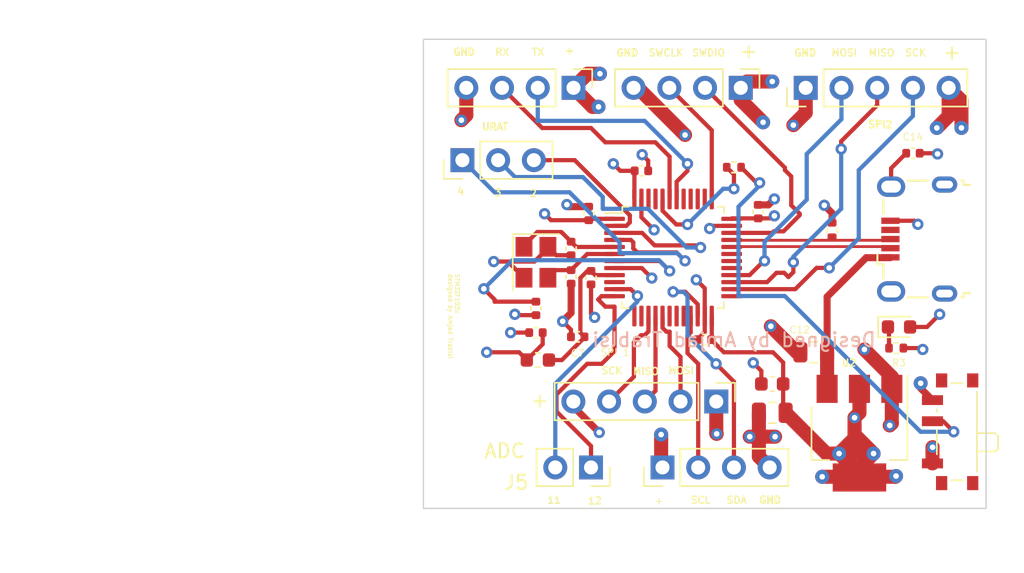
<source format=kicad_pcb>
(kicad_pcb (version 20241229) (generator "pcbnew") (generator_version "9.0")
  (layers (0 "F.Cu" signal) (4 "In1.Cu" power) (6 "In2.Cu" signal) (2 "B.Cu" power) (13 "F.Paste" user) (15 "B.Paste" user) (5 "F.SilkS" user "F.Silkscreen") (7 "B.SilkS" user "B.Silkscreen") (1 "F.Mask" user) (3 "B.Mask" user) (25 "Edge.Cuts" user))
  (net 0 "")
  (net 1 "+3.3V")
  (net 2 "GND")
  (net 3 "+3.3VA")
  (net 4 "/NRST")
  (net 5 "/HSE_IN")
  (net 6 "/HES_OUT")
  (net 7 "VBUS")
  (net 8 "/PWR_LED_K")
  (net 10 "/SWDIO")
  (net 11 "/SWCLK")
  (net 12 "/SW_Boot0")
  (net 13 "/BOOT0")
  (net 16 "/SPI_1_SCK")
  (net 17 "/SPI_1_MISO")
  (net 18 "/SPI_1_MOSI")
  (net 22 "/I2C_SCL")
  (net 23 "/I2C_SDA")
  (net 25 "/SPI_2_SCK")
  (net 26 "/SPI_2_MISO")
  (net 27 "/SPI_2_MOSI")
  (net 37 "URAT_1_TX")
  (net 38 "URAT_1_RX")
  (net 39 "/Pin 2")
  (net 40 "/Pin 3")
  (net 41 "/Pin 4")
  (net 42 "/ADC_11")
  (net 43 "/ADC_12")
  (net 44 "/USB_D -")
  (net 45 "/USB_D +")
  (net 47 "Net-(J1-Shield)")
  (footprint "Connector_PinSocket_2.54mm:PinSocket_1x02_P2.54mm_Vertical" (layer "F.Cu") (at 89.916 53.086 -90)
    (property "Reference" "J5")
    (property "Value" "Conn_01x02_Socket")
  )
  (footprint "Capacitor_SMD:C_0402_1005Metric" (layer "F.Cu") (at 86 43.5 180)
    (property "Reference" "C8")
    (property "Value" "1u")
  )
  (footprint "Capacitor_SMD:C_0402_1005Metric" (layer "F.Cu") (at 89.916 39.596 -90)
    (property "Reference" "C6")
    (property "Value" "10n")
  )
  (footprint "Button_Switch_SMD:SW_SPDT_PCM12" (layer "F.Cu") (at 115.62 50.55 90)
    (property "Reference" "SW1")
    (property "Value" "SW_SPDT")
  )
  (footprint "MountingHole:MountingHole_2.1mm" (layer "F.Cu") (at 80.9 36.2)
    (property "Reference" "H1")
    (property "Value" "MountingHole")
  )
  (footprint "Capacitor_SMD:C_0402_1005Metric" (layer "F.Cu") (at 97.98 44 180)
    (property "Reference" "C4")
    (property "Value" "100n")
  )
  (footprint "Capacitor_SMD:C_0402_1005Metric" (layer "F.Cu") (at 88.5 39.54 -90)
    (property "Reference" "C11")
    (property "Value" "10p")
  )
  (footprint "Connector_PinHeader_2.54mm:PinHeader_1x05_P2.54mm_Vertical" (layer "F.Cu") (at 105.18 26.1 90)
    (property "Reference" "J7")
    (property "Value" "Conn_01x05_Pin")
  )
  (footprint "Capacitor_SMD:C_0603_1608Metric" (layer "F.Cu") (at 102.8 47.15 180)
    (property "Reference" "C5")
    (property "Value" "10u")
  )
  (footprint "Capacitor_SMD:C_0402_1005Metric" (layer "F.Cu") (at 101.8 34.9 90)
    (property "Reference" "C3")
    (property "Value" "100n")
  )
  (footprint "Inductor_SMD:L_0603_1608Metric" (layer "F.Cu") (at 86.1375 45.45 180)
    (property "Reference" "FB1")
    (property "Value" "120R")
  )
  (footprint "Resistor_SMD:R_0402_1005Metric" (layer "F.Cu") (at 111.61 44.6)
    (property "Reference" "R3")
    (property "Value" "1k5")
  )
  (footprint "Capacitor_SMD:C_0402_1005Metric" (layer "F.Cu") (at 88.97 43.8 180)
    (property "Reference" "C7")
    (property "Value" "1u")
  )
  (footprint "Connector_PinHeader_2.54mm:PinHeader_1x03_P2.54mm_Vertical" (layer "F.Cu") (at 80.772 31.242 90)
    (property "Reference" "J8")
    (property "Value" "Conn_01x03_Pin")
  )
  (footprint "Capacitor_SMD:C_0805_2012Metric" (layer "F.Cu") (at 102.8 49.2 180)
    (property "Reference" "C13")
    (property "Value" "22u")
  )
  (footprint "Capacitor_SMD:C_0402_1005Metric" (layer "F.Cu") (at 88.5 37.52 -90)
    (property "Reference" "C10")
    (property "Value" "10p")
  )
  (footprint "Connector_PinHeader_2.54mm:PinHeader_1x04_P2.54mm_Vertical" (layer "F.Cu") (at 88.67 26.1 -90)
    (property "Reference" "J3")
    (property "Value" "Conn_01x04_Pin")
  )
  (footprint "Capacitor_SMD:C_0402_1005Metric" (layer "F.Cu") (at 86 41.78 -90)
    (property "Reference" "C9" (hide yes))
    (property "Value" "100n")
  )
  (footprint "Crystal:Crystal_SMD_3225-4Pin_3.2x2.5mm" (layer "F.Cu") (at 86 38.5 -90)
    (property "Reference" "Y2")
    (property "Value" "16 MHz")
  )
  (footprint "Capacitor_SMD:C_0402_1005Metric" (layer "F.Cu") (at 89.75 35.03 90)
    (property "Reference" "C1")
    (property "Value" "100n")
  )
  (footprint "Package_QFP:LQFP-48_7x7mm_P0.5mm" (layer "F.Cu") (at 95.75 38.1625)
    (property "Reference" "U1")
    (property "Value" "STM32F103C8T6")
  )
  (footprint "Connector_USB:USB_Micro-B_Wuerth_629105150521" (layer "F.Cu") (at 113.1 36.85 90)
    (property "Reference" "J1" (hide yes))
    (property "Value" "USB_B_Micro")
  )
  (footprint "LED_SMD:LED_0603_1608Metric" (layer "F.Cu") (at 111.8125 43.1)
    (property "Reference" "D1")
    (property "Value" "RED")
  )
  (footprint "Connector_PinHeader_2.54mm:PinHeader_1x04_P2.54mm_Vertical" (layer "F.Cu") (at 100.562 26.1 -90)
    (property "Reference" "J2")
    (property "Value" "Conn_01x04_Pin")
  )
  (footprint "Capacitor_SMD:C_0805_2012Metric" (layer "F.Cu") (at 105.75 44.9 180)
    (property "Reference" "C12")
    (property "Value" "22u")
  )
  (footprint "Package_TO_SOT_SMD:SOT-223-3_TabPin2" (layer "F.Cu") (at 109 50.65 -90)
    (property "Reference" "U2")
    (property "Value" "AMS1117-3.3")
  )
  (footprint "Resistor_SMD:R_0402_1005Metric" (layer "F.Cu") (at 100.074 31.75 180)
    (property "Reference" "R1")
    (property "Value" "10k")
  )
  (footprint "MountingHole:MountingHole_2.1mm" (layer "F.Cu") (at 81.05 48.1)
    (property "Reference" "H2")
    (property "Value" "MountingHole")
  )
  (footprint "Capacitor_SMD:C_0402_1005Metric" (layer "F.Cu") (at 93.5 32)
    (property "Reference" "C2")
    (property "Value" "100n")
  )
  (footprint "Resistor_SMD:R_0402_1005Metric" (layer "F.Cu") (at 107.05 36.21 90)
    (property "Reference" "R2")
    (property "Value" "1k5")
  )
  (footprint "Connector_PinHeader_2.54mm:PinHeader_1x04_P2.54mm_Vertical" (layer "F.Cu") (at 94.996 53.086 90)
    (property "Reference" "J4")
    (property "Value" "Conn_01x04_Pin")
  )
  (footprint "Capacitor_SMD:C_0402_1005Metric" (layer "F.Cu") (at 112.8 30.75)
    (property "Reference" "C14")
    (property "Value" "100n")
  )
  (footprint "Connector_PinHeader_2.54mm:PinHeader_1x05_P2.54mm_Vertical" (layer "F.Cu") (at 98.82 48.4 -90)
    (property "Reference" "J6")
    (property "Value" "Conn_01x05_Pin")
  )
  (gr_rect (start 78 22.65) (end 118 56) (stroke (width 0.1)) (fill no) (layer "Edge.Cuts"))
  (gr_text "SPI 1\n" (at 90.55 45.2 0) (layer "F.SilkS") (effects (font (size 0.5 0.5) (thickness 0.0625)) (justify left bottom)))
  (gr_text "GND" (at 104.3 23.9 0) (layer "F.SilkS") (effects (font (size 0.5 0.5) (thickness 0.125) (bold yes)) (justify left bottom)))
  (gr_text "MOSI\n" (at 95.35 46.5 0) (layer "F.SilkS") (effects (font (size 0.5 0.5) (thickness 0.1) (bold yes)) (justify left bottom)))
  (gr_text "URAT\n" (at 82.1 29.15 0) (layer "F.SilkS") (effects (font (size 0.5 0.5) (thickness 0.125)) (justify left bottom)))
  (gr_text "ADC" (at 82.25 52.5 0) (layer "F.SilkS") (effects (font (size 1 1)) (justify left bottom)))
  (gr_text "3" (at 83 33.85 0) (layer "F.SilkS") (effects (font (size 0.5 0.5) (thickness 0.1) (bold yes)) (justify left bottom)))
  (gr_text "12" (at 89.65 55.75 0) (layer "F.SilkS") (effects (font (size 0.5 0.5) (thickness 0.1) (bold yes)) (justify left bottom)))
  (gr_text "+\n" (at 94.4 55.75 0) (layer "F.SilkS") (effects (font (size 0.5 0.5) (thickness 0.0625)) (justify left bottom)))
  (gr_text "MOSI\n" (at 106.95 23.9 0) (layer "F.SilkS") (effects (font (size 0.5 0.5) (thickness 0.1) (bold yes)) (justify left bottom)))
  (gr_text "TX" (at 85.65 23.85 0) (layer "F.SilkS") (effects (font (size 0.5 0.5) (thickness 0.1) (bold yes)) (justify left bottom)))
  (gr_text "SCK" (at 112.2 23.9 0) (layer "F.SilkS") (effects (font (size 0.5 0.5) (thickness 0.1) (bold yes)) (justify left bottom)))
  (gr_text "2" (at 85.5 33.9 0) (layer "F.SilkS") (effects (font (size 0.5 0.5) (thickness 0.1) (bold yes)) (justify left bottom)))
  (gr_text "SWDIO" (at 97.05 23.9 0) (layer "F.SilkS") (effects (font (size 0.5 0.5) (thickness 0.1) (bold yes)) (justify left bottom)))
  (gr_text "4" (at 80.35 33.75 0) (layer "F.SilkS") (effects (font (size 0.5 0.5) (thickness 0.1) (bold yes)) (justify left bottom)))
  (gr_text "+\n" (at 88 23.75 0) (layer "F.SilkS") (effects (font (size 0.5 0.5) (thickness 0.125)) (justify left bottom)))
  (gr_text "		" (at 85.15 24.65 0) (layer "F.SilkS") (effects (font (size 0.5 0.5) (thickness 0.1) (bold yes)) (justify left bottom)))
  (gr_text "MISO\n" (at 92.85 46.55 0) (layer "F.SilkS") (effects (font (size 0.5 0.5) (thickness 0.1) (bold yes)) (justify left bottom)))
  (gr_text "MISO\n" (at 109.6 23.9 0) (layer "F.SilkS") (effects (font (size 0.5 0.5) (thickness 0.1) (bold yes)) (justify left bottom)))
  (gr_text "SWCLK" (at 93.95 23.9 0) (layer "F.SilkS") (effects (font (size 0.5 0.5) (thickness 0.1) (bold yes)) (justify left bottom)))
  (gr_text "GND" (at 91.65 23.9 0) (layer "F.SilkS") (effects (font (size 0.5 0.5) (thickness 0.125) (bold yes)) (justify left bottom)))
  (gr_text "GND" (at 80.05 23.85 0) (layer "F.SilkS") (effects (font (size 0.5 0.5) (thickness 0.125) (bold yes)) (justify left bottom)))
  (gr_text "+\n" (at 85.55 48.9 0) (layer "F.SilkS") (effects (font (size 1 1)) (justify left bottom)))
  (gr_text "SDA" (at 99.5 55.7 0) (layer "F.SilkS") (effects (font (size 0.5 0.5) (thickness 0.1) (bold yes)) (justify left bottom)))
  (gr_text "+\n" (at 114.85 24.15 0) (layer "F.SilkS") (effects (font (size 1 1)) (justify left bottom)))
  (gr_text "STM32F103x\ndesigned by Amjad Trablsi " (at 79.75 39.3 270) (layer "F.SilkS") (effects (font (size 0.3 0.3) (thickness 0.06) (bold yes)) (justify left bottom)))
  (gr_text "+\n" (at 100.4 24.05 0) (layer "F.SilkS") (effects (font (size 1 1)) (justify left bottom)))
  (gr_text "RX" (at 83.05 23.85 0) (layer "F.SilkS") (effects (font (size 0.5 0.5) (thickness 0.1) (bold yes)) (justify left bottom)))
  (gr_text "SCL" (at 96.95 55.7 0) (layer "F.SilkS") (effects (font (size 0.5 0.5) (thickness 0.1) (bold yes)) (justify left bottom)))
  (gr_text "GND" (at 101.8 55.7 0) (layer "F.SilkS") (effects (font (size 0.5 0.5) (thickness 0.125) (bold yes)) (justify left bottom)))
  (gr_text "SCK" (at 90.6 46.5 0) (layer "F.SilkS") (effects (font (size 0.5 0.5) (thickness 0.1) (bold yes)) (justify left bottom)))
  (gr_text "SPI2" (at 109.55 29 0) (layer "F.SilkS") (effects (font (size 0.5 0.5) (thickness 0.125) (bold yes)) (justify left bottom)))
  (gr_text "11" (at 86.75 55.7 0) (layer "F.SilkS") (effects (font (size 0.5 0.5) (thickness 0.1) (bold yes)) (justify left bottom)))
  (gr_text "Designed by Amjad Trablsi" (at 110.25 44.6 0) (layer "B.SilkS") (effects (font (size 1 1)) (justify left bottom mirror)))
  (segment (start 109 49.2) (end 108.65 49.55) (width 1) (layer "F.Cu") (net 1))
  (segment (start 89.67 25.1) (end 88.67 26.1) (width 1) (layer "F.Cu") (net 1))
  (segment (start 87.072 35.51) (end 86.614 35.052) (width 0.3) (layer "F.Cu") (net 1))
  (segment (start 109 53.55) (end 107.55 52.1) (width 1) (layer "F.Cu") (net 1))
  (segment (start 91.5875 35.4125) (end 89.8475 35.4125) (width 0.3) (layer "F.Cu") (net 1))
  (segment (start 106.65 52.1) (end 103.75 49.2) (width 1) (layer "F.Cu") (net 1))
  (segment (start 98.5 43.96) (end 98.5 42.325) (width 0.3) (layer "F.Cu") (net 1))
  (segment (start 113.35 47.46) (end 114.19 48.3) (width 0.5) (layer "F.Cu") (net 1))
  (segment (start 99.945 35.38) (end 99.9125 35.4125) (width 0.3) (layer "F.Cu") (net 1))
  (segment (start 84.8 44.9) (end 82.5 44.9) (width 0.3) (layer "F.Cu") (net 1))
  (segment (start 106.35 53.75) (end 111.55 53.75) (width 1) (layer "F.Cu") (net 1))
  (segment (start 103.575 47.15) (end 103.575 49.025) (width 0.3) (layer "F.Cu") (net 1))
  (segment (start 103.575 49.025) (end 103.75 49.2) (width 0.3) (layer "F.Cu") (net 1))
  (segment (start 107.05 35.7) (end 107.05 35) (width 0.5) (layer "F.Cu") (net 1))
  (segment (start 89.74 35.54) (end 89.8675 35.4125) (width 0.3) (layer "F.Cu") (net 1))
  (segment (start 113.35 47.1) (end 113.35 47.46) (width 0.5) (layer "F.Cu") (net 1))
  (segment (start 93 32.02) (end 93.02 32) (width 0.3) (layer "F.Cu") (net 1))
  (segment (start 102.8 25.65) (end 101.012 25.65) (width 1) (layer "F.Cu") (net 1))
  (segment (start 107.05 35) (end 106.5 34.45) (width 0.5) (layer "F.Cu") (net 1))
  (segment (start 89.8475 35.4125) (end 89.75 35.51) (width 0.3) (layer "F.Cu") (net 1))
  (segment (start 94.9 50.75) (end 94.9 52.99) (width 1) (layer "F.Cu") (net 1))
  (segment (start 111.55 53.75) (end 111.6 53.7) (width 1) (layer "F.Cu") (net 1))
  (segment (start 115.34 28.11) (end 114.5 28.95) (width 1) (layer "F.Cu") (net 1))
  (segment (start 98.46 44) (end 98.5 43.96) (width 0.3) (layer "F.Cu") (net 1))
  (segment (start 109 47.5) (end 109 49.2) (width 1) (layer "F.Cu") (net 1))
  (segment (start 107.55 52.1) (end 106.65 52.1) (width 1) (layer "F.Cu") (net 1))
  (segment (start 89.75 35.51) (end 87.072 35.51) (width 0.3) (layer "F.Cu") (net 1))
  (segment (start 115.34 26.1) (end 115.34 28.11) (width 1) (layer "F.Cu") (net 1))
  (segment (start 109 53.1) (end 110 52.1) (width 1) (layer "F.Cu") (net 1))
  (segment (start 98.46 44) (end 99.36 44.9) (width 0.3) (layer "F.Cu") (net 1))
  (segment (start 103.575 45.625) (end 103.575 47.15) (width 0.3) (layer "F.Cu") (net 1))
  (segment (start 94.9 52.99) (end 94.996 53.086) (width 1) (layer "F.Cu") (net 1))
  (segment (start 109 48.95) (end 109 47.5) (width 1) (layer "F.Cu") (net 1))
  (segment (start 84.8 44.9) (end 85.35 45.45) (width 0.3) (layer "F.Cu") (net 1))
  (segment (start 112.6 43.1) (end 113.8 43.1) (width 0.3) (layer "F.Cu") (net 1))
  (segment (start 102.85 44.9) (end 103.575 45.625) (width 0.3) (layer "F.Cu") (net 1))
  (segment (start 90.55 25.1) (end 89.67 25.1) (width 1) (layer "F.Cu") (net 1))
  (segment (start 90.45 27.45) (end 90.02 27.45) (width 1) (layer "F.Cu") (net 1))
  (segment (start 88.66 48.76) (end 90.5 50.6) (width 0.5) (layer "F.Cu") (net 1))
  (segment (start 108.65 49.55) (end 108.65 50.1) (width 1) (layer "F.Cu") (net 1))
  (segment (start 99.36 44.9) (end 102.85 44.9) (width 0.3) (layer "F.Cu") (net 1))
  (segment (start 108.65 50.75) (end 110 52.1) (width 1) (layer "F.Cu") (net 1))
  (segment (start 101.8 35.38) (end 99.945 35.38) (width 0.3) (layer "F.Cu") (net 1))
  (segment (start 108.65 51) (end 107.55 52.1) (width 1) (layer "F.Cu") (net 1))
  (segment (start 116.25 28.95) (end 116.25 27.01) (width 1) (layer "F.Cu") (net 1))
  (segment (start 88.66 48.4) (end 88.66 48.76) (width 0.5) (layer "F.Cu") (net 1))
  (segment (start 109 53.8) (end 109 53.55) (width 1) (layer "F.Cu") (net 1))
  (segment (start 110 52.1) (end 107.55 52.1) (width 1) (layer "F.Cu") (net 1))
  (segment (start 101.012 25.65) (end 100.562 26.1) (width 1) (layer "F.Cu") (net 1))
  (segment (start 93 34) (end 93 32.02) (width 0.3) (layer "F.Cu") (net 1))
  (segment (start 93.02 32) (end 92 32) (width 0.3) (layer "F.Cu") (net 1))
  (segment (start 90.02 27.45) (end 88.67 26.1) (width 1) (layer "F.Cu") (net 1))
  (segment (start 92 32) (end 91.5 31.5) (width 0.3) (layer "F.Cu") (net 1))
  (segment (start 101.8 35.38) (end 102.77 35.38) (width 0.3) (layer "F.Cu") (net 1))
  (segment (start 113.8 43.1) (end 114.7 42.2) (width 0.3) (layer "F.Cu") (net 1))
  (segment (start 108.65 50.1) (end 108.65 51) (width 1) (layer "F.Cu") (net 1))
  (segment (start 116.25 27.01) (end 115.34 26.1) (width 1) (layer "F.Cu") (net 1))
  (segment (start 109 53.8) (end 109 53.1) (width 1) (layer "F.Cu") (net 1))
  (segment (start 86.48 43.5) (end 86.48 44.32) (width 0.3) (layer "F.Cu") (net 1))
  (segment (start 108.65 50.1) (end 108.65 50.75) (width 1) (layer "F.Cu") (net 1))
  (segment (start 102.77 35.38) (end 102.95 35.2) (width 0.3) (layer "F.Cu") (net 1))
  (segment (start 100.562 26.1) (end 100.562 26.962) (width 1) (layer "F.Cu") (net 1))
  (segment (start 100.562 26.962) (end 102.15 28.55) (width 1) (layer "F.Cu") (net 1))
  (segment (start 86.48 44.32) (end 85.35 45.45) (width 0.3) (layer "F.Cu") (net 1))
  (via (at 111.6 53.7) (size 1) (drill 0.4) (layers "F.Cu" "B.Cu") (net 1))
  (via (at 82.5 44.9) (size 0.8) (drill 0.4) (layers "F.Cu" "B.Cu") (net 1))
  (via (at 113.35 47.1) (size 1) (drill 0.4) (layers "F.Cu" "B.Cu") (net 1))
  (via (at 102.15 28.55) (size 1) (drill 0.4) (layers "F.Cu" "B.Cu") (net 1))
  (via (at 90.5 50.6) (size 0.8) (drill 0.4) (layers "F.Cu" "B.Cu") (net 1))
  (via (at 102.8 25.65) (size 1) (drill 0.4) (layers "F.Cu" "B.Cu") (net 1))
  (via (at 91.5 31.5) (size 0.8) (drill 0.4) (layers "F.Cu" "B.Cu") (net 1))
  (via (at 102.95 35.2) (size 0.8) (drill 0.4) (layers "F.Cu" "B.Cu") (net 1))
  (via (at 106.35 53.75) (size 1) (drill 0.4) (layers "F.Cu" "B.Cu") (net 1))
  (via (at 90.45 27.45) (size 1) (drill 0.4) (layers "F.Cu" "B.Cu") (net 1))
  (via (at 94.9 50.75) (size 1) (drill 0.4) (layers "F.Cu" "B.Cu") (net 1))
  (via (at 116.25 28.95) (size 1) (drill 0.4) (layers "F.Cu" "B.Cu") (net 1))
  (via (at 90.55 25.1) (size 1) (drill 0.4) (layers "F.Cu" "B.Cu") (net 1))
  (via (at 107.55 52.1) (size 1) (drill 0.4) (layers "F.Cu" "B.Cu") (net 1))
  (via (at 86.614 35.052) (size 0.8) (drill 0.4) (layers "F.Cu" "B.Cu") (net 1))
  (via (at 114.7 42.2) (size 0.8) (drill 0.4) (layers "F.Cu" "B.Cu") (net 1))
  (via (at 110 52.1) (size 1) (drill 0.4) (layers "F.Cu" "B.Cu") (net 1))
  (via (at 108.65 49.55) (size 0.8) (drill 0.4) (layers "F.Cu" "B.Cu") (net 1))
  (via (at 114.5 28.95) (size 1) (drill 0.4) (layers "F.Cu" "B.Cu") (net 1))
  (via (at 106.5 34.45) (size 0.8) (drill 0.4) (layers "F.Cu" "B.Cu") (net 1))
  (segment (start 92.942 26.1) (end 93.25 26.1) (width 1) (layer "F.Cu") (net 2))
  (segment (start 89.75 34.55) (end 88.35 34.55) (width 0.5) (layer "F.Cu") (net 2))
  (segment (start 101.85 50.9) (end 103 50.9) (width 1) (layer "F.Cu") (net 2))
  (segment (start 101.85 50.9) (end 101.85 52.32) (width 1) (layer "F.Cu") (net 2))
  (segment (start 85.15 39.6) (end 84 38.45) (width 0.3) (layer "F.Cu") (net 2))
  (segment (start 105.18 27.87) (end 104.3 28.75) (width 1) (layer "F.Cu") (net 2))
  (segment (start 86.85 37.4) (end 86.85 37.5) (width 0.3) (layer "F.Cu") (net 2))
  (segment (start 93.5225 38.9125) (end 94.234 39.624) (width 0.3) (layer "F.Cu") (net 2))
  (segment (start 112.12 44.6) (end 113.4 44.6) (width 0.3) (layer "F.Cu") (net 2))
  (segment (start 86.85 37.5) (end 85.9 38.45) (width 0.3) (layer "F.Cu") (net 2))
  (segment (start 86 42.26) (end 84.56 42.26) (width 0.3) (layer "F.Cu") (net 2))
  (segment (start 88.5 42.1) (end 87.9 42.7) (width 0.5) (layer "F.Cu") (net 2))
  (segment (start 114.5 30.75) (end 114.55 30.8) (width 0.3) (layer "F.Cu") (net 2))
  (segment (start 98 42.325) (end 98 40.35) (width 0.3) (layer "F.Cu") (net 2))
  (segment (start 101.8 34.42) (end 102.53 34.42) (width 0.5) (layer "F.Cu") (net 2))
  (segment (start 89.916 42.164) (end 90.17 42.418) (width 0.3) (layer "F.Cu") (net 2))
  (segment (start 88.49 43.29) (end 87.9 42.7) (width 0.3) (layer "F.Cu") (net 2))
  (segment (start 97.5 44) (end 97.5 43.957035) (width 0.3) (layer "F.Cu") (net 2))
  (segment (start 85.9 38.45) (end 84 38.45) (width 0.3) (layer "F.Cu") (net 2))
  (segment (start 112.9 35.55) (end 113.15 35.8) (width 0.3) (layer "F.Cu") (net 2))
  (segment (start 93.98 31.28) (end 93.55 30.85) (width 0.3) (layer "F.Cu") (net 2))
  (segment (start 104.8 44.9) (end 104.55 44.9) (width 1) (layer "F.Cu") (net 2))
  (segment (start 113.28 30.75) (end 114.5 30.75) (width 0.3) (layer "F.Cu") (net 2))
  (segment (start 111.3 47.5) (end 111.3 46.65) (width 1) (layer "F.Cu") (net 2))
  (segment (start 81.05 28.05) (end 80.7 28.4) (width 1) (layer "F.Cu") (net 2))
  (segment (start 111.3 46.65) (end 109.35 44.7) (width 1) (layer "F.Cu") (net 2))
  (segment (start 88.5 40.02) (end 88.5 42.1) (width 0.5) (layer "F.Cu") (net 2))
  (segment (start 93.5 34) (end 93.5 35.3) (width 0.3) (layer "F.Cu") (net 2))
  (segment (start 98.82 48.4) (end 98.82 50.67) (width 1) (layer "F.Cu") (net 2))
  (segment (start 81.05 26.1) (end 81.05 28.05) (width 1) (layer "F.Cu") (net 2))
  (segment (start 114.19 52.8) (end 114.19 51.66) (width 1) (layer "F.Cu") (net 2))
  (segment (start 111.3 49.95) (end 111.15 50.1) (width 1) (layer "F.Cu") (net 2))
  (segment (start 111.3 47.5) (end 111.3 49.95) (width 1) (layer "F.Cu") (net 2))
  (segment (start 84.56 42.26) (end 84.5 42.2) (width 0.3) (layer "F.Cu") (net 2))
  (segment (start 93.25 26.1) (end 96.6 29.45) (width 1) (layer "F.Cu") (net 2))
  (segment (start 102.53 34.42) (end 102.95 34) (width 0.5) (layer "F.Cu") (net 2))
  (segment (start 93.5 35.3) (end 94.4 36.2) (width 0.3) (layer "F.Cu") (net 2))
  (segment (start 99.9125 35.9125) (end 98.5375 35.9125) (width 0.3) (layer "F.Cu") (net 2))
  (segment (start 91.5875 38.9125) (end 93.5225 38.9125) (width 0.3) (layer "F.Cu") (net 2))
  (segment (start 89.916 40.894) (end 89.916 42.164) (width 0.3) (layer "F.Cu") (net 2))
  (segment (start 85.52 43.5) (end 84.2 43.5) (width 0.3) (layer "F.Cu") (net 2))
  (segment (start 102.025 46.225) (end 101.45 45.65) (width 0.3) (layer "F.Cu") (net 2))
  (segment (start 101.85 49.2) (end 101.85 50.9) (width 1) (layer "F.Cu") (net 2))
  (segment (start 89.916 40.076) (end 89.916 40.894) (width 0.3) (layer "F.Cu") (net 2))
  (segment (start 98.5375 35.9125) (end 98.35 36.1) (width 0.3) (layer "F.Cu") (net 2))
  (segment (start 97.5 43.957035) (end 98 43.457035) (width 0.3) (layer "F.Cu") (net 2))
  (segment (start 101.85 52.32) (end 102.616 53.086) (width 1) (layer "F.Cu") (net 2))
  (segment (start 98 43.457035) (end 98 42.325) (width 0.3) (layer "F.Cu") (net 2))
  (segment (start 104.55 44.9) (end 102.7 43.05) (width 1) (layer "F.Cu") (net 2))
  (segment (start 101.85 50.9) (end 101.2 50.9) (width 1) (layer "F.Cu") (net 2))
  (segment (start 114.19 51.66) (end 114.2 51.65) (width 1) (layer "F.Cu") (net 2))
  (segment (start 87.45 38) (end 86.85 37.4) (width 0.3) (layer "F.Cu") (net 2))
  (segment (start 98 40.35) (end 97.4 39.75) (width 0.3) (layer "F.Cu") (net 2))
  (segment (start 93.98 32) (end 93.98 31.28) (width 0.3) (layer "F.Cu") (net 2))
  (segment (start 102.025 47.15) (end 102.025 46.225) (width 0.3) (layer "F.Cu") (net 2))
  (segment (start 105.18 26.1) (end 105.18 27.87) (width 1) (layer "F.Cu") (net 2))
  (segment (start 111.2 35.55) (end 112.9 35.55) (width 0.3) (layer "F.Cu") (net 2))
  (segment (start 88.49 43.8) (end 88.49 43.29) (width 0.3) (layer "F.Cu") (net 2))
  (segment (start 113.4 44.6) (end 113.5 44.7) (width 0.3) (layer "F.Cu") (net 2))
  (segment (start 88.35 34.55) (end 88.2 34.4) (width 0.5) (layer "F.Cu") (net 2))
  (segment (start 84 38.45) (end 83 38.45) (width 0.3) (layer "F.Cu") (net 2))
  (segment (start 88.5 38) (end 87.45 38) (width 0.3) (layer "F.Cu") (net 2))
  (segment (start 98.82 50.67) (end 98.85 50.7) (width 1) (layer "F.Cu") (net 2))
  (via (at 83 38.45) (size 0.8) (drill 0.4) (layers "F.Cu" "B.Cu") (net 2))
  (via (at 88.2 34.4) (size 0.8) (drill 0.4) (layers "F.Cu" "B.Cu") (net 2))
  (via (at 98.85 50.7) (size 0.8) (drill 0.4) (layers "F.Cu" "B.Cu") (net 2))
  (via (at 101.2 50.9) (size 0.8) (drill 0.4) (layers "F.Cu" "B.Cu") (net 2))
  (via (at 94.234 39.624) (size 0.8) (drill 0.4) (layers "F.Cu" "B.Cu") (net 2))
  (via (at 114.55 30.8) (size 0.8) (drill 0.4) (layers "F.Cu" "B.Cu") (net 2))
  (via (at 90.17 42.418) (size 0.8) (drill 0.4) (layers "F.Cu" "B.Cu") (net 2))
  (via (at 113.15 35.8) (size 0.8) (drill 0.4) (layers "F.Cu" "B.Cu") (net 2))
  (via (at 93.55 30.85) (size 0.8) (drill 0.4) (layers "F.Cu" "B.Cu") (net 2))
  (via (at 103 50.9) (size 0.8) (drill 0.4) (layers "F.Cu" "B.Cu") (net 2))
  (via (at 113.5 44.7) (size 0.8) (drill 0.4) (layers "F.Cu" "B.Cu") (net 2))
  (via (at 109.35 44.7) (size 0.8) (drill 0.4) (layers "F.Cu" "B.Cu") (net 2))
  (via (at 101.45 45.65) (size 0.8) (drill 0.4) (layers "F.Cu" "B.Cu") (net 2))
  (via (at 104.3 28.75) (size 0.8) (drill 0.4) (layers "F.Cu" "B.Cu") (net 2))
  (via (at 84.5 42.2) (size 0.8) (drill 0.4) (layers "F.Cu" "B.Cu") (net 2))
  (via (at 80.7 28.4) (size 0.8) (drill 0.4) (layers "F.Cu" "B.Cu") (net 2))
  (via (at 102.95 34) (size 0.8) (drill 0.4) (layers "F.Cu" "B.Cu") (net 2))
  (via (at 87.9 42.7) (size 0.8) (drill 0.4) (layers "F.Cu" "B.Cu") (net 2))
  (via (at 98.35 36.1) (size 0.8) (drill 0.4) (layers "F.Cu" "B.Cu") (net 2))
  (via (at 96.6 29.45) (size 0.8) (drill 0.4) (layers "F.Cu" "B.Cu") (net 2))
  (via (at 114.2 51.65) (size 0.8) (drill 0.4) (layers "F.Cu" "B.Cu") (net 2))
  (via (at 111.15 50.1) (size 0.8) (drill 0.4) (layers "F.Cu" "B.Cu") (net 2))
  (via (at 94.4 36.2) (size 0.8) (drill 0.4) (layers "F.Cu" "B.Cu") (net 2))
  (via (at 102.7 43.05) (size 0.8) (drill 0.4) (layers "F.Cu" "B.Cu") (net 2))
  (via (at 97.4 39.75) (size 0.8) (drill 0.4) (layers "F.Cu" "B.Cu") (net 2))
  (via (at 84.2 43.5) (size 0.8) (drill 0.4) (layers "F.Cu" "B.Cu") (net 2))
  (segment (start 87.842965 45.45) (end 89.45 43.842965) (width 0.3) (layer "F.Cu") (net 3))
  (segment (start 89.45 43.842965) (end 89.45 43.8) (width 0.3) (layer "F.Cu") (net 3))
  (segment (start 86.925 45.45) (end 87.842965 45.45) (width 0.3) (layer "F.Cu") (net 3))
  (segment (start 89.662 39.116) (end 89.16 39.618) (width 0.3) (layer "F.Cu") (net 3))
  (segment (start 89.916 39.116) (end 89.662 39.116) (width 0.3) (layer "F.Cu") (net 3))
  (segment (start 89.16 39.618) (end 89.16 43.51) (width 0.3) (layer "F.Cu") (net 3))
  (segment (start 89.16 43.51) (end 89.45 43.8) (width 0.3) (layer "F.Cu") (net 3))
  (segment (start 90.2125 39.4125) (end 89.916 39.116) (width 0.3) (layer "F.Cu") (net 3))
  (segment (start 91.5875 39.4125) (end 90.2125 39.4125) (width 0.3) (layer "F.Cu") (net 3))
  (segment (start 83.058 41.148) (end 82.296 40.386) (width 0.3) (layer "F.Cu") (net 4))
  (segment (start 91.5875 38.4125) (end 94.8005 38.4125) (width 0.3) (layer "F.Cu") (net 4))
  (segment (start 83.058 41.3) (end 86 41.3) (width 0.3) (layer "F.Cu") (net 4))
  (segment (start 94.8005 38.4125) (end 95.504 39.116) (width 0.3) (layer "F.Cu") (net 4))
  (segment (start 83.058 41.3) (end 83.058 41.148) (width 0.3) (layer "F.Cu") (net 4))
  (via (at 82.296 40.386) (size 0.8) (drill 0.4) (layers "F.Cu" "B.Cu") (net 4))
  (via (at 95.504 39.116) (size 0.8) (drill 0.4) (layers "F.Cu" "B.Cu") (net 4))
  (segment (start 94.742 38.354) (end 95.504 39.116) (width 0.3) (layer "B.Cu") (net 4))
  (segment (start 84.328 38.354) (end 94.742 38.354) (width 0.3) (layer "B.Cu") (net 4))
  (segment (start 82.296 40.386) (end 84.328 38.354) (width 0.3) (layer "B.Cu") (net 4))
  (segment (start 86.1 36.35) (end 85.15 37.3) (width 0.3) (layer "F.Cu") (net 5))
  (segment (start 85.15 37.3) (end 85.15 37.4) (width 0.3) (layer "F.Cu") (net 5))
  (segment (start 88.8725 37.4125) (end 91.5875 37.4125) (width 0.3) (layer "F.Cu") (net 5))
  (segment (start 87.81 36.35) (end 86.1 36.35) (width 0.3) (layer "F.Cu") (net 5))
  (segment (start 88.5 37.04) (end 87.81 36.35) (width 0.3) (layer "F.Cu") (net 5))
  (segment (start 88.5 37.04) (end 88.8725 37.4125) (width 0.3) (layer "F.Cu") (net 5))
  (segment (start 88.5 39.06) (end 87.39 39.06) (width 0.3) (layer "F.Cu") (net 6))
  (segment (start 87.39 39.06) (end 86.85 39.6) (width 0.3) (layer "F.Cu") (net 6))
  (segment (start 89.6475 37.9125) (end 91.5875 37.9125) (width 0.3) (layer "F.Cu") (net 6))
  (segment (start 88.5 39.06) (end 89.6475 37.9125) (width 0.3) (layer "F.Cu") (net 6))
  (segment (start 106.7 44.9) (end 106.7 40.95) (width 0.5) (layer "F.Cu") (net 7))
  (segment (start 106.7 40.95) (end 109.475 38.175) (width 0.5) (layer "F.Cu") (net 7))
  (segment (start 109.475 38.175) (end 111.2 38.175) (width 0.5) (layer "F.Cu") (net 7))
  (segment (start 106.7 47.5) (end 106.7 44.9) (width 1) (layer "F.Cu") (net 7))
  (segment (start 111.1 44.6) (end 111.1 43.175) (width 0.3) (layer "F.Cu") (net 8))
  (segment (start 111.1 43.175) (end 111.025 43.1) (width 0.3) (layer "F.Cu") (net 8))
  (segment (start 104.75 35.15) (end 104.75 35.05) (width 0.3) (layer "F.Cu") (net 10))
  (segment (start 103.6 36.3) (end 104.75 35.15) (width 0.3) (layer "F.Cu") (net 10))
  (segment (start 103.7 31.778) (end 98.022 26.1) (width 0.3) (layer "F.Cu") (net 10))
  (segment (start 103.7 31.95) (end 103.7 31.778) (width 0.3) (layer "F.Cu") (net 10))
  (segment (start 99.9125 36.4125) (end 102.798161 36.4125) (width 0.3) (layer "F.Cu") (net 10))
  (segment (start 104.15 32.4) (end 103.7 31.95) (width 0.3) (layer "F.Cu") (net 10))
  (segment (start 104.15 34.45) (end 104.15 32.4) (width 0.3) (layer "F.Cu") (net 10))
  (segment (start 102.798161 36.4125) (end 102.910661 36.3) (width 0.3) (layer "F.Cu") (net 10))
  (segment (start 102.910661 36.3) (end 103.6 36.3) (width 0.3) (layer "F.Cu") (net 10))
  (segment (start 104.75 35.05) (end 104.15 34.45) (width 0.3) (layer "F.Cu") (net 10))
  (segment (start 98.5 29.118) (end 95.482 26.1) (width 0.3) (layer "F.Cu") (net 11))
  (segment (start 98.5 34) (end 98.5 29.118) (width 0.3) (layer "F.Cu") (net 11))
  (segment (start 114.95 49.8) (end 115.7 50.55) (width 0.3) (layer "F.Cu") (net 12))
  (segment (start 101.9 32.85) (end 101.684 32.85) (width 0.3) (layer "F.Cu") (net 12))
  (segment (start 114.19 49.8) (end 114.95 49.8) (width 0.3) (layer "F.Cu") (net 12))
  (segment (start 101.684 32.85) (end 100.584 31.75) (width 0.3) (layer "F.Cu") (net 12))
  (via (at 101.9 32.85) (size 0.8) (drill 0.4) (layers "F.Cu" "B.Cu") (net 12))
  (via (at 115.7 50.55) (size 0.8) (drill 0.4) (layers "F.Cu" "B.Cu") (net 12))
  (segment (start 101.2 33.75) (end 101.9 33.05) (width 0.3) (layer "B.Cu") (net 12))
  (segment (start 100.4 34.55) (end 101.2 33.75) (width 0.3) (layer "B.Cu") (net 12))
  (segment (start 115.7 50.55) (end 113.339339 50.55) (width 0.3) (layer "B.Cu") (net 12))
  (segment (start 100.4 40.9) (end 100.4 34.55) (width 0.3) (layer "B.Cu") (net 12))
  (segment (start 101.9 33.05) (end 101.9 32.85) (width 0.3) (layer "B.Cu") (net 12))
  (segment (start 103.689339 40.9) (end 100.4 40.9) (width 0.3) (layer "B.Cu") (net 12))
  (segment (start 113.339339 50.55) (end 103.689339 40.9) (width 0.3) (layer "B.Cu") (net 12))
  (segment (start 100.076 33.274) (end 100.076 32.262) (width 0.3) (layer "F.Cu") (net 13))
  (segment (start 95.975459 35.814) (end 96.774 35.814) (width 0.3) (layer "F.Cu") (net 13))
  (segment (start 95 34) (end 95 34.838541) (width 0.3) (layer "F.Cu") (net 13))
  (segment (start 100.076 32.262) (end 99.564 31.75) (width 0.3) (layer "F.Cu") (net 13))
  (segment (start 95 34.838541) (end 95.975459 35.814) (width 0.3) (layer "F.Cu") (net 13))
  (via (at 96.774 35.814) (size 0.8) (drill 0.4) (layers "F.Cu" "B.Cu") (net 13))
  (via (at 100.076 33.274) (size 0.8) (drill 0.4) (layers "F.Cu" "B.Cu") (net 13))
  (segment (start 99.314 33.274) (end 100.076 33.274) (width 0.3) (layer "B.Cu") (net 13))
  (segment (start 96.774 35.814) (end 99.314 33.274) (width 0.3) (layer "B.Cu") (net 13))
  (segment (start 94 43.414) (end 93.726 43.688) (width 0.3) (layer "F.Cu") (net 16))
  (segment (start 93.472 43.688) (end 92.964 44.196) (width 0.3) (layer "F.Cu") (net 16))
  (segment (start 92.964 46.636) (end 91.2 48.4) (width 0.3) (layer "F.Cu") (net 16))
  (segment (start 94 42.325) (end 94 43.414) (width 0.3) (layer "F.Cu") (net 16))
  (segment (start 93.726 43.688) (end 93.472 43.688) (width 0.3) (layer "F.Cu") (net 16))
  (segment (start 92.964 44.196) (end 92.964 46.636) (width 0.3) (layer "F.Cu") (net 16))
  (segment (start 94.5 42.325) (end 94.5 47.64) (width 0.3) (layer "F.Cu") (net 17))
  (segment (start 94.5 47.64) (end 93.74 48.4) (width 0.3) (layer "F.Cu") (net 17))
  (segment (start 95 43.163541) (end 95.270459 43.434) (width 0.3) (layer "F.Cu") (net 18))
  (segment (start 95 42.325) (end 95 43.163541) (width 0.3) (layer "F.Cu") (net 18))
  (segment (start 95.504 43.434) (end 95.504 44.45) (width 0.3) (layer "F.Cu") (net 18))
  (segment (start 95.270459 43.434) (end 95.504 43.434) (width 0.3) (layer "F.Cu") (net 18))
  (segment (start 95.504 44.45) (end 96.28 45.226) (width 0.3) (layer "F.Cu") (net 18))
  (segment (start 96.28 45.226) (end 96.28 48.4) (width 0.3) (layer "F.Cu") (net 18))
  (segment (start 97 43.497035) (end 96.774 43.723035) (width 0.3) (layer "F.Cu") (net 22))
  (segment (start 97.536 45.72) (end 97.536 53.086) (width 0.3) (layer "F.Cu") (net 22))
  (segment (start 96.774 43.723035) (end 96.774 44.958) (width 0.3) (layer "F.Cu") (net 22))
  (segment (start 96.774 44.958) (end 97.536 45.72) (width 0.3) (layer "F.Cu") (net 22))
  (segment (start 97 42.325) (end 97 43.497035) (width 0.3) (layer "F.Cu") (net 22))
  (segment (start 97.5 41.486459) (end 96.613541 40.6) (width 0.3) (layer "F.Cu") (net 23))
  (segment (start 98.806 45.72) (end 100.076 46.99) (width 0.3) (layer "F.Cu") (net 23))
  (segment (start 100.076 46.99) (end 100.076 53.086) (width 0.3) (layer "F.Cu") (net 23))
  (segment (start 97.5 42.325) (end 97.5 41.486459) (width 0.3) (layer "F.Cu") (net 23))
  (segment (start 96.613541 40.6) (end 95.75 40.6) (width 0.3) (layer "F.Cu") (net 23))
  (via (at 95.75 40.6) (size 0.8) (drill 0.4) (layers "F.Cu" "B.Cu") (net 23))
  (via (at 98.806 45.72) (size 0.8) (drill 0.4) (layers "F.Cu" "B.Cu") (net 23))
  (segment (start 96.774 43.688) (end 98.806 45.72) (width 0.3) (layer "B.Cu") (net 23))
  (segment (start 96.48 40.6) (end 96.774 40.894) (width 0.3) (layer "B.Cu") (net 23))
  (segment (start 95.75 40.6) (end 96.48 40.6) (width 0.3) (layer "B.Cu") (net 23))
  (segment (start 96.774 40.894) (end 96.774 43.688) (width 0.3) (layer "B.Cu") (net 23))
  (segment (start 104.4375 40.4125) (end 105.95 38.9) (width 0.3) (layer "F.Cu") (net 25))
  (segment (start 99.9125 40.4125) (end 104.4375 40.4125) (width 0.3) (layer "F.Cu") (net 25))
  (segment (start 105.95 38.9) (end 106.85 38.9) (width 0.3) (layer "F.Cu") (net 25))
  (via (at 106.85 38.9) (size 0.8) (drill 0.4) (layers "F.Cu" "B.Cu") (net 25))
  (segment (start 108.95 31.95) (end 108.95 36.8) (width 0.3) (layer "B.Cu") (net 25))
  (segment (start 112.8 28.1) (end 108.95 31.95) (width 0.3) (layer "B.Cu") (net 25))
  (segment (start 108.95 36.8) (end 106.85 38.9) (width 0.3) (layer "B.Cu") (net 25))
  (segment (start 112.8 26.1) (end 112.8 28.1) (width 0.3) (layer "B.Cu") (net 25))
  (segment (start 102.4375 39.9125) (end 103.1 39.25) (width 0.3) (layer "F.Cu") (net 26))
  (segment (start 110.26 27.34) (end 108.6 29) (width 0.3) (layer "F.Cu") (net 26))
  (segment (start 103.65 39.25) (end 103.95 39.55) (width 0.3) (layer "F.Cu") (net 26))
  (segment (start 107.7 29.9) (end 107.7 30.45) (width 0.3) (layer "F.Cu") (net 26))
  (segment (start 103.95 39.55) (end 104.3 39.2) (width 0.3) (layer "F.Cu") (net 26))
  (segment (start 108.6 29) (end 107.7 29.9) (width 0.3) (layer "F.Cu") (net 26))
  (segment (start 103.1 39.25) (end 103.65 39.25) (width 0.3) (layer "F.Cu") (net 26))
  (segment (start 104.3 39.2) (end 104.3 38.5) (width 0.3) (layer "F.Cu") (net 26))
  (segment (start 110.26 26.1) (end 110.26 27.34) (width 0.3) (layer "F.Cu") (net 26))
  (segment (start 99.9125 39.9125) (end 102.4375 39.9125) (width 0.3) (layer "F.Cu") (net 26))
  (via (at 107.7 30.45) (size 0.8) (drill 0.4) (layers "F.Cu" "B.Cu") (net 26))
  (via (at 104.3 38.5) (size 0.8) (drill 0.4) (layers "F.Cu" "B.Cu") (net 26))
  (segment (start 107.7 34.7) (end 104.3 38.1) (width 0.3) (layer "B.Cu") (net 26))
  (segment (start 107.7 30.45) (end 107.7 34.7) (width 0.3) (layer "B.Cu") (net 26))
  (segment (start 104.3 38.1) (end 104.3 38.5) (width 0.3) (layer "B.Cu") (net 26))
  (segment (start 99.9125 39.4125) (end 101.1875 39.4125) (width 0.3) (layer "F.Cu") (net 27))
  (segment (start 101.1875 39.4125) (end 102.2 38.4) (width 0.3) (layer "F.Cu") (net 27))
  (segment (start 102.2 38.4) (end 102.25 38.4) (width 0.3) (layer "F.Cu") (net 27))
  (via (at 102.25 38.4) (size 0.8) (drill 0.4) (layers "F.Cu" "B.Cu") (net 27))
  (segment (start 105.25 34.05) (end 105.25 30.8) (width 0.3) (layer "B.Cu") (net 27))
  (segment (start 107.72 28.33) (end 107.72 26.1) (width 0.3) (layer "B.Cu") (net 27))
  (segment (start 105.25 30.8) (end 107.72 28.33) (width 0.3) (layer "B.Cu") (net 27))
  (segment (start 102.25 37.05) (end 105.25 34.05) (width 0.3) (layer "B.Cu") (net 27))
  (segment (start 102.25 38.4) (end 102.25 37.05) (width 0.3) (layer "B.Cu") (net 27))
  (segment (start 96.774 32.004) (end 96.774 31.496) (width 0.3) (layer "F.Cu") (net 37))
  (segment (start 96 32.778) (end 96.774 32.004) (width 0.3) (layer "F.Cu") (net 37))
  (segment (start 96 34) (end 96 32.778) (width 0.3) (layer "F.Cu") (net 37))
  (via (at 96.774 31.496) (size 0.8) (drill 0.4) (layers "F.Cu" "B.Cu") (net 37))
  (segment (start 86.106 28.448) (end 86.13 28.424) (width 0.3) (layer "B.Cu") (net 37))
  (segment (start 93.726 28.448) (end 86.106 28.448) (width 0.3) (layer "B.Cu") (net 37))
  (segment (start 96.774 31.496) (end 93.726 28.448) (width 0.3) (layer "B.Cu") (net 37))
  (segment (start 86.13 28.424) (end 86.13 26.1) (width 0.3) (layer "B.Cu") (net 37))
  (segment (start 89.916 28.956) (end 86.446 28.956) (width 0.3) (layer "F.Cu") (net 38))
  (segment (start 90.932 29.972) (end 89.916 28.956) (width 0.3) (layer "F.Cu") (net 38))
  (segment (start 94.488 29.972) (end 90.932 29.972) (width 0.3) (layer "F.Cu") (net 38))
  (segment (start 95.5 34) (end 95.5 30.984) (width 0.3) (layer "F.Cu") (net 38))
  (segment (start 95.5 30.984) (end 94.488 29.972) (width 0.3) (layer "F.Cu") (net 38))
  (segment (start 86.446 28.956) (end 83.59 26.1) (width 0.3) (layer "F.Cu") (net 38))
  (segment (start 92.675 35.663541) (end 92.675 35.161459) (width 0.3) (layer "F.Cu") (net 39))
  (segment (start 92.675 35.161459) (end 88.755541 31.242) (width 0.3) (layer "F.Cu") (net 39))
  (segment (start 88.755541 31.242) (end 85.852 31.242) (width 0.3) (layer "F.Cu") (net 39))
  (segment (start 91.5875 35.9125) (end 92.426041 35.9125) (width 0.3) (layer "F.Cu") (net 39))
  (segment (start 92.426041 35.9125) (end 92.675 35.663541) (width 0.3) (layer "F.Cu") (net 39))
  (segment (start 91.5875 36.4125) (end 93.551839 36.4125) (width 0.3) (layer "F.Cu") (net 40))
  (segment (start 93.551839 36.4125) (end 94.439339 37.3) (width 0.3) (layer "F.Cu") (net 40))
  (segment (start 94.439339 37.3) (end 97.55 37.3) (width 0.3) (layer "F.Cu") (net 40))
  (segment (start 97.55 37.3) (end 97.7 37.45) (width 0.3) (layer "F.Cu") (net 40))
  (via (at 97.7 37.45) (size 0.8) (drill 0.4) (layers "F.Cu" "B.Cu") (net 40))
  (segment (start 90.75 34.7) (end 90.75 33.854) (width 0.3) (layer "B.Cu") (net 40))
  (segment (start 89.338 32.442) (end 84.512 32.442) (width 0.3) (layer "B.Cu") (net 40))
  (segment (start 84.512 32.442) (end 83.312 31.242) (width 0.3) (layer "B.Cu") (net 40))
  (segment (start 90.75 33.854) (end 89.338 32.442) (width 0.3) (layer "B.Cu") (net 40))
  (segment (start 93.960661 34.7) (end 90.75 34.7) (width 0.3) (layer "B.Cu") (net 40))
  (segment (start 97.7 37.45) (end 96.710661 37.45) (width 0.3) (layer "B.Cu") (net 40))
  (segment (start 96.710661 37.45) (end 93.960661 34.7) (width 0.3) (layer "B.Cu") (net 40))
  (segment (start 92.919339 37.084) (end 92.919339 37.519339) (width 0.3) (layer "F.Cu") (net 41))
  (segment (start 96 37.8) (end 96.6 38.4) (width 0.3) (layer "F.Cu") (net 41))
  (segment (start 92.919339 37.519339) (end 93.2 37.8) (width 0.3) (layer "F.Cu") (net 41))
  (segment (start 91.5875 36.9125) (end 92.747839 36.9125) (width 0.3) (layer "F.Cu") (net 41))
  (segment (start 92.747839 36.9125) (end 92.919339 37.084) (width 0.3) (layer "F.Cu") (net 41))
  (segment (start 93.2 37.8) (end 96 37.8) (width 0.3) (layer "F.Cu") (net 41))
  (via (at 96.6 38.4) (size 0.8) (drill 0.4) (layers "F.Cu" "B.Cu") (net 41))
  (segment (start 83.058 33.528) (end 80.772 31.242) (width 0.3) (layer "B.Cu") (net 41))
  (segment (start 91.95 37.85) (end 91.948 37.848) (width 0.3) (layer "B.Cu") (net 41))
  (segment (start 91.948 37.848) (end 91.948 37.084) (width 0.3) (layer "B.Cu") (net 41))
  (segment (start 96.6 38.4) (end 96.05 37.85) (width 0.3) (layer "B.Cu") (net 41))
  (segment (start 96.05 37.85) (end 91.95 37.85) (width 0.3) (layer "B.Cu") (net 41))
  (segment (start 91.948 37.084) (end 88.392 33.528) (width 0.3) (layer "B.Cu") (net 41))
  (segment (start 88.392 33.528) (end 83.058 33.528) (width 0.3) (layer "B.Cu") (net 41))
  (segment (start 91.5875 40.4125) (end 92.7365 40.4125) (width 0.3) (layer "F.Cu") (net 42))
  (segment (start 92.7365 40.4125) (end 93.218 40.894) (width 0.3) (layer "F.Cu") (net 42))
  (via (at 93.218 40.894) (size 0.8) (drill 0.4) (layers "F.Cu" "B.Cu") (net 42))
  (segment (start 93.218 40.894) (end 93.218 41.289107) (width 0.3) (layer "B.Cu") (net 42))
  (segment (start 93.218 41.289107) (end 87.376 47.131107) (width 0.3) (layer "B.Cu") (net 42))
  (segment (start 87.376 47.131107) (end 87.376 53.086) (width 0.3) (layer "B.Cu") (net 42))
  (segment (start 90.678 45.72) (end 89.642943 45.72) (width 0.3) (layer "F.Cu") (net 43))
  (segment (start 87.46 49.106) (end 89.916 51.562) (width 0.3) (layer "F.Cu") (net 43))
  (segment (start 91.5875 44.8105) (end 90.678 45.72) (width 0.3) (layer "F.Cu") (net 43))
  (segment (start 91.5875 40.9125) (end 90.6595 40.9125) (width 0.3) (layer "F.Cu") (net 43))
  (segment (start 90.424 41.148) (end 90.932 41.656) (width 0.3) (layer "F.Cu") (net 43))
  (segment (start 90.932 41.656) (end 91.5875 41.656) (width 0.3) (layer "F.Cu") (net 43))
  (segment (start 89.642943 45.72) (end 87.46 47.902943) (width 0.3) (layer "F.Cu") (net 43))
  (segment (start 90.6595 40.9125) (end 90.424 41.148) (width 0.3) (layer "F.Cu") (net 43))
  (segment (start 87.46 47.902943) (end 87.46 49.106) (width 0.3) (layer "F.Cu") (net 43))
  (segment (start 91.5875 41.656) (end 91.5875 44.8105) (width 0.3) (layer "F.Cu") (net 43))
  (segment (start 89.916 51.562) (end 89.916 53.086) (width 0.3) (layer "F.Cu") (net 43))
  (segment (start 111.2 37.5) (end 111.0875 37.3875) (width 0.2) (layer "F.Cu") (net 44))
  (segment (start 111.0875 37.3875) (end 99.9375 37.3875) (width 0.2) (layer "F.Cu") (net 44))
  (segment (start 111.1125 36.9375) (end 111.2 36.85) (width 0.2) (layer "F.Cu") (net 45))
  (segment (start 99.9375 36.9375) (end 111.1125 36.9375) (width 0.2) (layer "F.Cu") (net 45))
  (segment (start 111.25 33.125) (end 111.25 31.82) (width 0.3) (layer "F.Cu") (net 47))
  (segment (start 111.25 31.82) (end 112.32 30.75) (width 0.3) (layer "F.Cu") (net 47))
)
</source>
